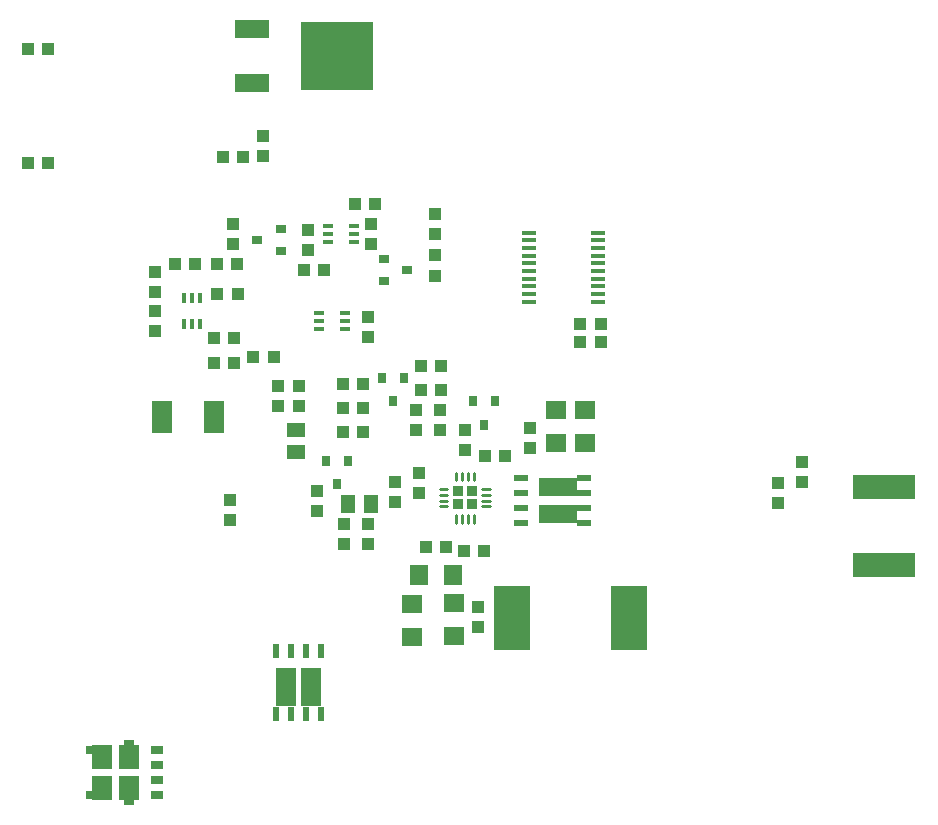
<source format=gtp>
G75*
%MOIN*%
%OFA0B0*%
%FSLAX25Y25*%
%IPPOS*%
%LPD*%
%AMOC8*
5,1,8,0,0,1.08239X$1,22.5*
%
%ADD10R,0.04134X0.04252*%
%ADD11R,0.03937X0.04331*%
%ADD12R,0.04331X0.03937*%
%ADD13R,0.04252X0.04134*%
%ADD14R,0.07087X0.06299*%
%ADD15R,0.24409X0.22835*%
%ADD16R,0.11811X0.06299*%
%ADD17R,0.03150X0.03543*%
%ADD18R,0.03543X0.03150*%
%ADD19R,0.03937X0.02953*%
%ADD20R,0.03563X0.01949*%
%ADD21R,0.07087X0.07874*%
%ADD22R,0.01870X0.02953*%
%ADD23C,0.01102*%
%ADD24R,0.03346X0.03346*%
%ADD25R,0.04724X0.01181*%
%ADD26R,0.01378X0.03346*%
%ADD27R,0.12205X0.21654*%
%ADD28R,0.05000X0.02402*%
%ADD29R,0.12795X0.06496*%
%ADD30R,0.03346X0.01378*%
%ADD31R,0.02402X0.05000*%
%ADD32R,0.07106X0.12795*%
%ADD33R,0.07087X0.10630*%
%ADD34R,0.05906X0.05118*%
%ADD35R,0.05118X0.05906*%
%ADD36R,0.06299X0.07098*%
%ADD37R,0.20866X0.07874*%
D10*
X0109815Y0189591D03*
X0116705Y0189591D03*
X0104705Y0210591D03*
X0097815Y0210591D03*
X0218815Y0200591D03*
X0225705Y0200591D03*
X0225705Y0194591D03*
X0218815Y0194591D03*
D11*
X0202299Y0165890D03*
X0202299Y0159197D03*
X0180480Y0158598D03*
X0180480Y0165291D03*
X0172606Y0186591D03*
X0165913Y0186591D03*
X0146606Y0180591D03*
X0139913Y0180591D03*
X0139913Y0172591D03*
X0146606Y0172591D03*
X0146606Y0164591D03*
X0139913Y0164591D03*
X0157260Y0147937D03*
X0157260Y0141244D03*
X0140260Y0133937D03*
X0140260Y0127244D03*
X0184976Y0106441D03*
X0184976Y0099748D03*
X0103606Y0187591D03*
X0096913Y0187591D03*
X0096913Y0195929D03*
X0103606Y0195929D03*
X0126913Y0218591D03*
X0133606Y0218591D03*
X0143913Y0240591D03*
X0150606Y0240591D03*
X0103260Y0233937D03*
X0103260Y0227244D03*
X0104606Y0220591D03*
X0097913Y0220591D03*
X0090606Y0220591D03*
X0083913Y0220591D03*
X0041598Y0254378D03*
X0034906Y0254378D03*
X0034906Y0292378D03*
X0041598Y0292378D03*
D12*
X0099748Y0256165D03*
X0106441Y0256165D03*
X0113189Y0256701D03*
X0113189Y0263394D03*
X0149260Y0233937D03*
X0149260Y0227244D03*
X0128260Y0225244D03*
X0128260Y0231937D03*
X0148260Y0202937D03*
X0148260Y0196244D03*
X0165913Y0178591D03*
X0164260Y0171937D03*
X0164260Y0165244D03*
X0172260Y0165244D03*
X0172260Y0171937D03*
X0172606Y0178591D03*
X0187181Y0156717D03*
X0193874Y0156717D03*
X0165260Y0150937D03*
X0165260Y0144244D03*
X0148260Y0133937D03*
X0148260Y0127244D03*
X0131260Y0138244D03*
X0131260Y0144937D03*
X0102260Y0141937D03*
X0102260Y0135244D03*
X0118260Y0173244D03*
X0118260Y0179937D03*
X0077260Y0198244D03*
X0077260Y0204937D03*
X0170457Y0230693D03*
X0170457Y0237386D03*
X0292795Y0154559D03*
X0292795Y0147866D03*
X0186787Y0124866D03*
X0180094Y0124866D03*
X0174150Y0126323D03*
X0167457Y0126323D03*
D13*
X0125260Y0173146D03*
X0125260Y0180035D03*
X0077260Y0211146D03*
X0077260Y0218035D03*
X0170457Y0216594D03*
X0170457Y0223484D03*
X0284850Y0147752D03*
X0284850Y0140862D03*
D14*
X0220409Y0160969D03*
X0210961Y0160969D03*
X0210961Y0171992D03*
X0220409Y0171992D03*
X0176669Y0107504D03*
X0176669Y0096480D03*
X0162929Y0096402D03*
X0162929Y0107425D03*
D15*
X0137898Y0289984D03*
D16*
X0109630Y0280988D03*
X0109630Y0298980D03*
D17*
X0152780Y0182720D03*
X0160260Y0182720D03*
X0156520Y0174846D03*
X0141491Y0155138D03*
X0134011Y0155138D03*
X0137751Y0147264D03*
X0183165Y0174815D03*
X0190646Y0174815D03*
X0186906Y0166941D03*
D18*
X0153421Y0214850D03*
X0153421Y0222331D03*
X0161295Y0218591D03*
X0119098Y0224850D03*
X0119098Y0232331D03*
X0111224Y0228591D03*
D19*
X0077677Y0058618D03*
X0077677Y0053618D03*
X0077677Y0048618D03*
X0077677Y0043618D03*
D20*
X0068455Y0041167D03*
X0068455Y0061069D03*
D21*
X0068366Y0056157D03*
X0059488Y0056157D03*
X0059488Y0046079D03*
X0068366Y0046079D03*
D22*
X0055010Y0043618D03*
X0055010Y0058618D03*
D23*
X0172103Y0139827D02*
X0174543Y0139827D01*
X0174543Y0141795D02*
X0172103Y0141795D01*
X0172103Y0143764D02*
X0174543Y0143764D01*
X0174543Y0145732D02*
X0172103Y0145732D01*
X0177457Y0148646D02*
X0177457Y0151086D01*
X0179425Y0151086D02*
X0179425Y0148646D01*
X0181394Y0148646D02*
X0181394Y0151086D01*
X0183362Y0151086D02*
X0183362Y0148646D01*
X0186276Y0145732D02*
X0188716Y0145732D01*
X0188716Y0143764D02*
X0186276Y0143764D01*
X0186276Y0141795D02*
X0188716Y0141795D01*
X0188716Y0139827D02*
X0186276Y0139827D01*
X0183362Y0136913D02*
X0183362Y0134473D01*
X0181394Y0134473D02*
X0181394Y0136913D01*
X0179425Y0136913D02*
X0179425Y0134473D01*
X0177457Y0134473D02*
X0177457Y0136913D01*
D24*
X0178146Y0140516D03*
X0182673Y0140516D03*
X0182673Y0145043D03*
X0178146Y0145043D03*
D25*
X0201843Y0208075D03*
X0201843Y0210634D03*
X0201843Y0213193D03*
X0201843Y0215752D03*
X0201843Y0218311D03*
X0201843Y0220870D03*
X0201843Y0223429D03*
X0201843Y0225988D03*
X0201843Y0228547D03*
X0201843Y0231106D03*
X0224678Y0231106D03*
X0224678Y0228547D03*
X0224678Y0225988D03*
X0224678Y0223429D03*
X0224678Y0220870D03*
X0224678Y0218311D03*
X0224678Y0215752D03*
X0224678Y0213193D03*
X0224678Y0210634D03*
X0224678Y0208075D03*
D26*
X0092094Y0209323D03*
X0089535Y0209323D03*
X0086976Y0209323D03*
X0086976Y0200661D03*
X0089535Y0200661D03*
X0092094Y0200661D03*
D27*
X0196295Y0102701D03*
X0235075Y0102701D03*
D28*
X0220252Y0134217D03*
X0220252Y0139217D03*
X0220252Y0144217D03*
X0220252Y0149217D03*
X0199228Y0149217D03*
X0199228Y0144217D03*
X0199228Y0139217D03*
X0199228Y0134217D03*
D29*
X0211354Y0137268D03*
X0211354Y0146165D03*
D30*
X0140591Y0199031D03*
X0140591Y0201591D03*
X0140591Y0204150D03*
X0131929Y0204150D03*
X0131929Y0201591D03*
X0131929Y0199031D03*
X0134929Y0228031D03*
X0134929Y0230591D03*
X0134929Y0233150D03*
X0143591Y0233150D03*
X0143591Y0230591D03*
X0143591Y0228031D03*
D31*
X0132634Y0091606D03*
X0127634Y0091606D03*
X0122634Y0091606D03*
X0117634Y0091606D03*
X0117634Y0070583D03*
X0122634Y0070583D03*
X0127634Y0070583D03*
X0132634Y0070583D03*
D32*
X0129278Y0079480D03*
X0120990Y0079480D03*
D33*
X0096921Y0169591D03*
X0079598Y0169591D03*
D34*
X0124260Y0165331D03*
X0124260Y0157850D03*
D35*
X0141520Y0140591D03*
X0149000Y0140591D03*
D36*
X0165205Y0116874D03*
X0176402Y0116874D03*
D37*
X0320260Y0120268D03*
X0320260Y0146252D03*
M02*

</source>
